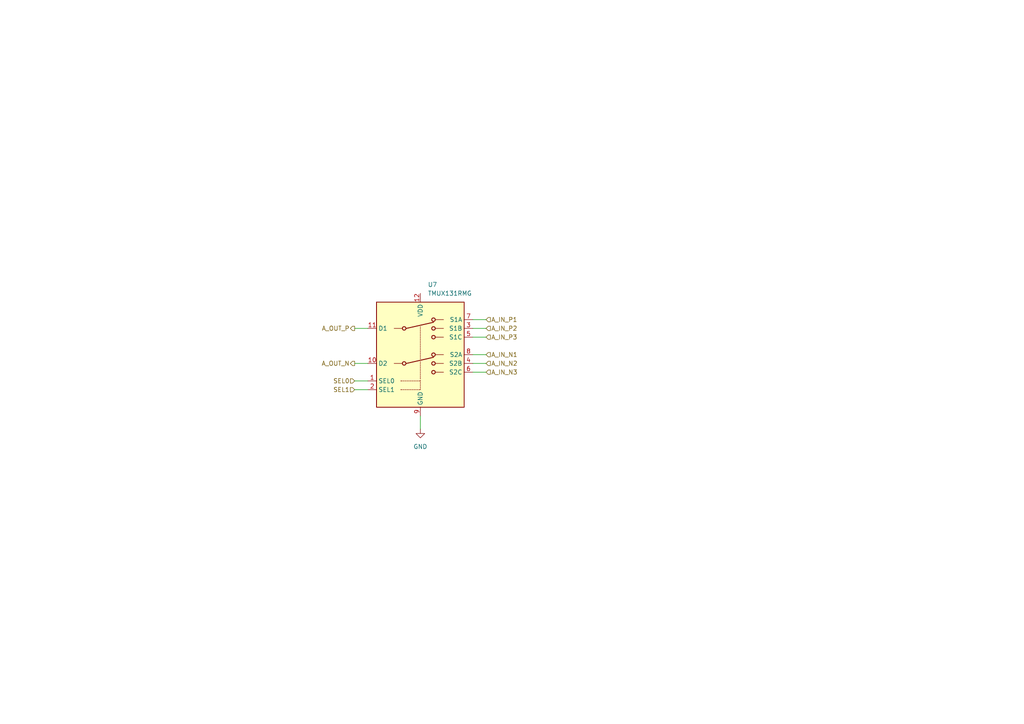
<source format=kicad_sch>
(kicad_sch (version 20250114) (generator "eeschema") (generator_version "9.0")
  (paper "A4")
  (lib_symbols
    (symbol "Analog_Switch:TMUX131RMG"
      (property "Reference" "U" (at -11.43 16.51 0))
      (property "Value" "TMUX131RMG" (at 7.62 16.51 0))
      (symbol "TMUX131RMG_1_1"
        (rectangle (start -12.7 15.24) (end 12.7 -15.24) (stroke (width 0.254)) (fill (type background)))
        (polyline (pts (xy -7.62 7.62) (xy -5.334 7.62)))
        (polyline (pts (xy -7.62 -2.54) (xy -5.334 -2.54)))
        (polyline (pts (xy -5.715 -7.62) (xy -5.207 -7.62)))
        (polyline (pts (xy -5.715 -10.16) (xy -5.207 -10.16)))
        (polyline (pts (xy -4.953 -7.62) (xy -4.699 -7.62)))
        (polyline (pts (xy -4.953 -10.16) (xy -4.699 -10.16)))
        (circle (center -4.699 7.62) (radius 0.508) (stroke (width 0.254)))
        (circle (center -4.699 -2.54) (radius 0.508) (stroke (width 0.254)))
        (polyline (pts (xy -4.445 -7.62) (xy -4.191 -7.62)))
        (polyline (pts (xy -4.445 -10.16) (xy -4.191 -10.16)))
        (polyline (pts (xy -3.937 -7.62) (xy -3.683 -7.62)))
        (polyline (pts (xy -3.937 -10.16) (xy -3.683 -10.16)))
        (polyline (pts (xy -3.429 -7.62) (xy -3.175 -7.62)))
        (polyline (pts (xy -3.429 -10.16) (xy -3.175 -10.16)))
        (polyline (pts (xy -2.921 -7.62) (xy -2.667 -7.62)))
        (polyline (pts (xy -2.921 -10.16) (xy -2.667 -10.16)))
        (polyline (pts (xy -2.413 -7.62) (xy -2.159 -7.62)))
        (polyline (pts (xy -2.413 -10.16) (xy -2.159 -10.16)))
        (polyline (pts (xy -1.905 -7.62) (xy -1.651 -7.62)))
        (polyline (pts (xy -1.905 -10.16) (xy -1.651 -10.16)))
        (polyline (pts (xy -1.397 -7.62) (xy -1.143 -7.62)))
        (polyline (pts (xy -1.397 -10.16) (xy -1.143 -10.16)))
        (polyline (pts (xy -0.889 -7.62) (xy -0.635 -7.62)))
        (polyline (pts (xy -0.889 -10.16) (xy -0.635 -10.16)))
        (polyline (pts (xy -0.381 -7.62) (xy -0.127 -7.62)))
        (polyline (pts (xy -0.381 -10.16) (xy -0.127 -10.16)))
        (polyline (pts (xy 0 7.874) (xy 0 8.128)))
        (polyline (pts (xy 0 7.366) (xy 0 7.62)))
        (polyline (pts (xy 0 6.858) (xy 0 7.112)))
        (polyline (pts (xy 0 6.35) (xy 0 6.604)))
        (polyline (pts (xy 0 5.842) (xy 0 6.096)))
        (polyline (pts (xy 0 5.334) (xy 0 5.588)))
        (polyline (pts (xy 0 4.826) (xy 0 5.08)))
        (polyline (pts (xy 0 4.318) (xy 0 4.572)))
        (polyline (pts (xy 0 3.81) (xy 0 4.064)))
        (polyline (pts (xy 0 3.302) (xy 0 3.556)))
        (polyline (pts (xy 0 2.794) (xy 0 3.048)))
        (polyline (pts (xy 0 2.286) (xy 0 2.54)))
        (polyline (pts (xy 0 1.778) (xy 0 2.032)))
        (polyline (pts (xy 0 1.27) (xy 0 1.524)))
        (polyline (pts (xy 0 0.762) (xy 0 1.016)))
        (polyline (pts (xy 0 0.254) (xy 0 0.508)))
        (polyline (pts (xy 0 -0.254) (xy 0 0)))
        (polyline (pts (xy 0 -0.762) (xy 0 -0.508)))
        (polyline (pts (xy 0 -1.27) (xy 0 -1.016)))
        (polyline (pts (xy 0 -2.286) (xy 0 -2.032)))
        (polyline (pts (xy 0 -2.794) (xy 0 -2.54)))
        (polyline (pts (xy 0 -3.302) (xy 0 -3.048)))
        (polyline (pts (xy 0 -3.81) (xy 0 -3.556)))
        (polyline (pts (xy 0 -4.318) (xy 0 -4.064)))
        (polyline (pts (xy 0 -4.826) (xy 0 -4.572)))
        (polyline (pts (xy 0 -5.334) (xy 0 -5.08)))
        (polyline (pts (xy 0 -5.842) (xy 0 -5.588)))
        (polyline (pts (xy 0 -6.35) (xy 0 -6.096)))
        (polyline (pts (xy 0 -6.985) (xy 0 -6.604)))
        (polyline (pts (xy 0 -7.62) (xy 0 -7.366)))
        (polyline (pts (xy 0 -8.128) (xy 0 -7.874)))
        (polyline (pts (xy 0 -8.636) (xy 0 -8.382)))
        (polyline (pts (xy 0 -9.144) (xy 0 -8.89)))
        (polyline (pts (xy 0 -9.652) (xy 0 -9.398)))
        (polyline (pts (xy 0 -10.16) (xy 0 -9.906)))
        (circle (center 3.81 10.16) (radius 0.508) (stroke (width 0.254)))
        (polyline (pts (xy 3.81 9.398) (xy -4.064 7.62)) (stroke (width 0.254)))
        (circle (center 3.81 7.62) (radius 0.508) (stroke (width 0.254)))
        (circle (center 3.81 5.08) (radius 0.508) (stroke (width 0.254)))
        (circle (center 3.81 0) (radius 0.508) (stroke (width 0.254)))
        (polyline (pts (xy 3.81 -0.762) (xy -4.064 -2.54)) (stroke (width 0.254)))
        (circle (center 3.81 -2.54) (radius 0.508) (stroke (width 0.254)))
        (circle (center 3.81 -5.08) (radius 0.508) (stroke (width 0.254)))
        (polyline (pts (xy 6.731 10.16) (xy 4.445 10.16)))
        (polyline (pts (xy 6.731 7.62) (xy 4.445 7.62)))
        (polyline (pts (xy 6.731 5.08) (xy 4.445 5.08)))
        (polyline (pts (xy 6.731 0) (xy 4.445 0)))
        (polyline (pts (xy 6.731 -2.54) (xy 4.445 -2.54)))
        (polyline (pts (xy 6.731 -5.08) (xy 4.445 -5.08)))
        (pin passive line (at -15.24 7.62 0) (length 2.54) (name "D1") (number "11"))
        (pin passive line (at -15.24 -2.54 0) (length 2.54) (name "D2") (number "10"))
        (pin input line (at -15.24 -7.62 0) (length 2.54) (name "SEL0") (number "1"))
        (pin input line (at -15.24 -10.16 0) (length 2.54) (name "SEL1") (number "2"))
        (pin power_in line (at 0 17.78 270) (length 2.54) (name "VDD") (number "12"))
        (pin power_in line (at 0 -17.78 90) (length 2.54) (name "GND") (number "9"))
        (pin passive line (at 15.24 10.16 180) (length 2.54) (name "S1A") (number "7"))
        (pin passive line (at 15.24 7.62 180) (length 2.54) (name "S1B") (number "3"))
        (pin passive line (at 15.24 5.08 180) (length 2.54) (name "S1C") (number "5"))
        (pin passive line (at 15.24 0 180) (length 2.54) (name "S2A") (number "8"))
        (pin passive line (at 15.24 -2.54 180) (length 2.54) (name "S2B") (number "4"))
        (pin passive line (at 15.24 -5.08 180) (length 2.54) (name "S2C") (number "6"))
      )
    )
    (symbol "power:GND" (power) (pin_numbers (hide yes)) (pin_names (offset 0) (hide yes))
      (property "Value" "GND" (at 0 -3.81 0))
      (symbol "GND_0_1"
        (polyline (pts (xy 0 0) (xy 0 -1.27) (xy 1.27 -1.27) (xy 0 -2.54) (xy -1.27 -1.27) (xy 0 -1.27)))
      )
      (symbol "GND_1_1"
        (pin power_in line (at 0 0 270) (length 0) (name "~") (number "1"))
      )
    )
  )
  (wire (pts (xy 137.16 95.25) (xy 140.97 95.25)))
  (wire (pts (xy 137.16 92.71) (xy 140.97 92.71)))
  (wire (pts (xy 102.87 110.49) (xy 106.68 110.49)))
  (wire (pts (xy 137.16 97.79) (xy 140.97 97.79)))
  (wire (pts (xy 102.87 95.25) (xy 106.68 95.25)))
  (wire (pts (xy 137.16 102.87) (xy 140.97 102.87)))
  (wire (pts (xy 102.87 113.03) (xy 106.68 113.03)))
  (wire (pts (xy 102.87 105.41) (xy 106.68 105.41)))
  (wire (pts (xy 137.16 107.95) (xy 140.97 107.95)))
  (wire (pts (xy 121.92 120.65) (xy 121.92 124.46)))
  (wire (pts (xy 137.16 105.41) (xy 140.97 105.41)))
  (hierarchical_label "A_IN_N3" (shape input) (at 140.97 107.95 0))
  (hierarchical_label "A_OUT_P" (shape output) (at 102.87 95.25 180))
  (hierarchical_label "A_OUT_N" (shape output) (at 102.87 105.41 180))
  (hierarchical_label "SEL0" (shape input) (at 102.87 110.49 180))
  (hierarchical_label "A_IN_P2" (shape input) (at 140.97 95.25 0))
  (hierarchical_label "A_IN_P1" (shape input) (at 140.97 92.71 0))
  (hierarchical_label "A_IN_N1" (shape input) (at 140.97 102.87 0))
  (hierarchical_label "A_IN_N2" (shape input) (at 140.97 105.41 0))
  (hierarchical_label "SEL1" (shape input) (at 102.87 113.03 180))
  (hierarchical_label "A_IN_P3" (shape input) (at 140.97 97.79 0))
  (symbol (lib_id "Analog_Switch:TMUX131RMG") (at 121.92 102.87 0) (unit 1)
    (property "Reference" "U7" (at 124.0633 82.55 0) (effects (justify left)))
    (property "Value" "TMUX131RMG" (at 124.0633 85.09 0) (effects (justify left)))
    (property "Footprint" "Package_DFN_QFN:Texas_RMG0012A_WQFN-12_1.8x1.8mm_P0.4mm" (effects (hide yes)))
    (property "Datasheet" "https://www.ti.com/lit/ds/symlink/tmux131.pdf" (effects (hide yes)))
    (property "Description" "Low Capacitance, R_{on} 5.5Ω, 2-Channel, 3:1 Switch, 2.5-4.3V, WQFN-12" (effects (hide yes)))
  )
  (symbol (lib_id "power:GND") (at 121.92 124.46 0) (unit 1)
    (property "Reference" "#PWR06" (effects (hide yes)))
    (property "Value" "GND" (at 121.92 129.54 0))
    (property "Description" "Power symbol creates a global label with name \"GND\" , ground" (effects (hide yes)))
  )
)
</source>
